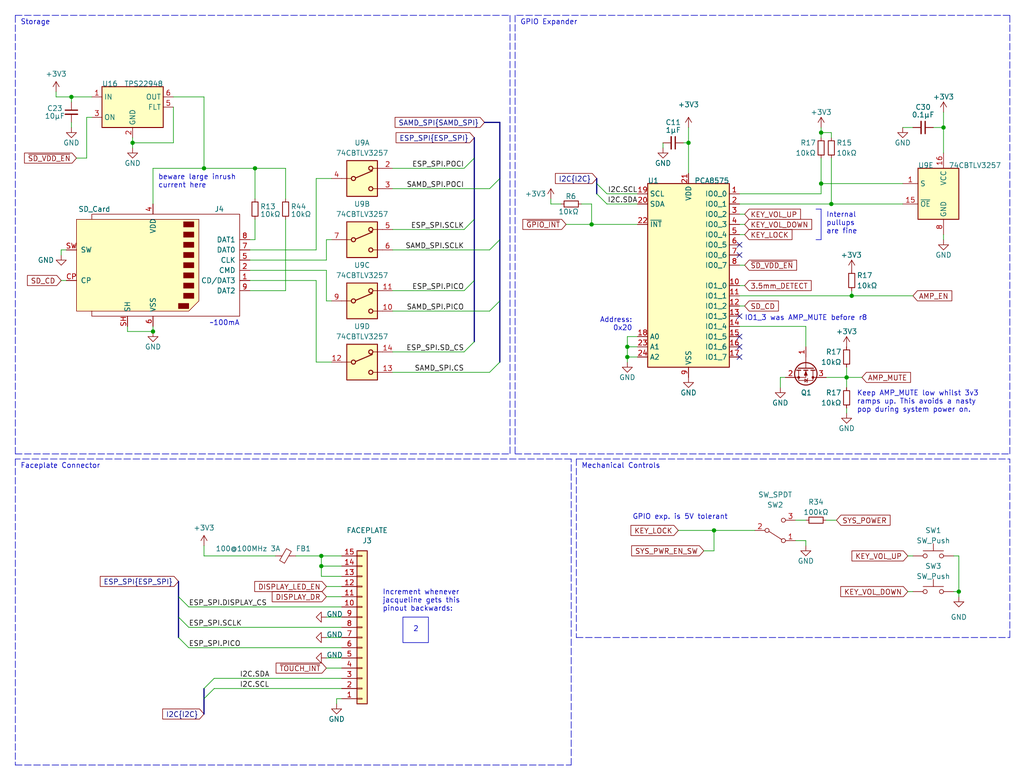
<source format=kicad_sch>
(kicad_sch (version 20230121) (generator eeschema)
  (paper "User" 254.991 194.996)
  (title_block (title "TANGARA") (date "2023-12-21") (rev "4") (company "made by jacqueline") (comment 1 "SPDX-License-Identifier: CERN-OHL-S-2.0"))
  (lib_symbols
    (symbol "74xx:74CBTLV3257"
      (property "Reference" "U" (at 17.78 1.27 0))
      (property "Value" "74CBTLV3257" (at 15.24 -1.27 0))
      (symbol "74CBTLV3257_1_1"
        (rectangle (start -3.81 4.445) (end 3.81 -4.445) (stroke (width 0.254)) (fill (type background)))
        (circle (center -2.159 0) (radius 0.508) (stroke (width 0.254)))
        (polyline (pts (xy -5.08 0) (xy -2.794 0)))
        (polyline (pts (xy -1.651 0.127) (xy 2.54 1.905)) (stroke (width 0.254)))
        (polyline (pts (xy 5.08 -2.54) (xy 2.794 -2.54)))
        (polyline (pts (xy 5.08 2.54) (xy 2.794 2.54)))
        (circle (center 2.159 -2.54) (radius 0.508) (stroke (width 0.254)))
        (circle (center 2.159 2.54) (radius 0.508) (stroke (width 0.254)))
        (pin passive line (at 7.62 2.54 180) (length 2.54) (name "~") (number "2"))
        (pin passive line (at 7.62 -2.54 180) (length 2.54) (name "~") (number "3"))
        (pin passive line (at -7.62 0 0) (length 2.54) (name "~") (number "4"))
      )
      (symbol "74CBTLV3257_2_1"
        (rectangle (start -3.81 4.445) (end 3.81 -4.445) (stroke (width 0.254)) (fill (type background)))
        (circle (center -2.159 0) (radius 0.508) (stroke (width 0.254)))
        (polyline (pts (xy -5.08 0) (xy -2.794 0)))
        (polyline (pts (xy -1.651 0.127) (xy 2.54 1.905)) (stroke (width 0.254)))
        (polyline (pts (xy 5.08 -2.54) (xy 2.794 -2.54)))
        (polyline (pts (xy 5.08 2.54) (xy 2.794 2.54)))
        (circle (center 2.159 -2.54) (radius 0.508) (stroke (width 0.254)))
        (circle (center 2.159 2.54) (radius 0.508) (stroke (width 0.254)))
        (pin passive line (at 7.62 2.54 180) (length 2.54) (name "~") (number "5"))
        (pin passive line (at 7.62 -2.54 180) (length 2.54) (name "~") (number "6"))
        (pin passive line (at -7.62 0 0) (length 2.54) (name "~") (number "7"))
      )
      (symbol "74CBTLV3257_3_1"
        (rectangle (start -3.81 4.445) (end 3.81 -4.445) (stroke (width 0.254)) (fill (type background)))
        (circle (center -2.159 0) (radius 0.508) (stroke (width 0.254)))
        (polyline (pts (xy -5.08 0) (xy -2.794 0)))
        (polyline (pts (xy -1.651 0.127) (xy 2.54 1.905)) (stroke (width 0.254)))
        (polyline (pts (xy 5.08 -2.54) (xy 2.794 -2.54)))
        (polyline (pts (xy 5.08 2.54) (xy 2.794 2.54)))
        (circle (center 2.159 -2.54) (radius 0.508) (stroke (width 0.254)))
        (circle (center 2.159 2.54) (radius 0.508) (stroke (width 0.254)))
        (pin passive line (at 7.62 -2.54 180) (length 2.54) (name "~") (number "10"))
        (pin passive line (at 7.62 2.54 180) (length 2.54) (name "~") (number "11"))
        (pin passive line (at -7.62 0 0) (length 2.54) (name "~") (number "9"))
      )
      (symbol "74CBTLV3257_4_1"
        (rectangle (start -3.81 4.445) (end 3.81 -4.445) (stroke (width 0.254)) (fill (type background)))
        (circle (center -2.159 0) (radius 0.508) (stroke (width 0.254)))
        (polyline (pts (xy -5.08 0) (xy -2.794 0)))
        (polyline (pts (xy -1.651 0.127) (xy 2.54 1.905)) (stroke (width 0.254)))
        (polyline (pts (xy 5.08 -2.54) (xy 2.794 -2.54)))
        (polyline (pts (xy 5.08 2.54) (xy 2.794 2.54)))
        (circle (center 2.159 -2.54) (radius 0.508) (stroke (width 0.254)))
        (circle (center 2.159 2.54) (radius 0.508) (stroke (width 0.254)))
        (pin passive line (at -7.62 0 0) (length 2.54) (name "~") (number "12"))
        (pin passive line (at 7.62 -2.54 180) (length 2.54) (name "~") (number "13"))
        (pin passive line (at 7.62 2.54 180) (length 2.54) (name "~") (number "14"))
      )
      (symbol "74CBTLV3257_5_1"
        (rectangle (start 3.81 6.35) (end -6.35 -6.35) (stroke (width 0.254)) (fill (type background)))
        (pin input line (at -10.16 2.54 0) (length 3.81) (name "S") (number "1"))
        (pin input line (at -10.16 -2.54 0) (length 3.81) (name "~{OE}") (number "15"))
        (pin power_in line (at 0 10.16 270) (length 3.81) (name "VCC") (number "16"))
        (pin power_in line (at 0 -10.16 90) (length 3.81) (name "GND") (number "8"))
      )
    )
    (symbol "Connector_Generic:Conn_01x15" (pin_names (offset 1.016) hide)
      (property "Reference" "J" (at 0 20.32 0))
      (property "Value" "Conn_01x15" (at 0 -20.32 0))
      (symbol "Conn_01x15_1_1"
        (rectangle (start -1.27 -17.653) (end 0 -17.907) (stroke (width 0.1524)))
        (rectangle (start -1.27 -15.113) (end 0 -15.367) (stroke (width 0.1524)))
        (rectangle (start -1.27 -12.573) (end 0 -12.827) (stroke (width 0.1524)))
        (rectangle (start -1.27 -10.033) (end 0 -10.287) (stroke (width 0.1524)))
        (rectangle (start -1.27 -7.493) (end 0 -7.747) (stroke (width 0.1524)))
        (rectangle (start -1.27 -4.953) (end 0 -5.207) (stroke (width 0.1524)))
        (rectangle (start -1.27 -2.413) (end 0 -2.667) (stroke (width 0.1524)))
        (rectangle (start -1.27 0.127) (end 0 -0.127) (stroke (width 0.1524)))
        (rectangle (start -1.27 2.667) (end 0 2.413) (stroke (width 0.1524)))
        (rectangle (start -1.27 5.207) (end 0 4.953) (stroke (width 0.1524)))
        (rectangle (start -1.27 7.747) (end 0 7.493) (stroke (width 0.1524)))
        (rectangle (start -1.27 10.287) (end 0 10.033) (stroke (width 0.1524)))
        (rectangle (start -1.27 12.827) (end 0 12.573) (stroke (width 0.1524)))
        (rectangle (start -1.27 15.367) (end 0 15.113) (stroke (width 0.1524)))
        (rectangle (start -1.27 17.907) (end 0 17.653) (stroke (width 0.1524)))
        (rectangle (start -1.27 19.05) (end 1.27 -19.05) (stroke (width 0.254)) (fill (type background)))
        (pin passive line (at -5.08 17.78 0) (length 3.81) (name "Pin_1") (number "1"))
        (pin passive line (at -5.08 -5.08 0) (length 3.81) (name "Pin_10") (number "10"))
        (pin passive line (at -5.08 -7.62 0) (length 3.81) (name "Pin_11") (number "11"))
        (pin passive line (at -5.08 -10.16 0) (length 3.81) (name "Pin_12") (number "12"))
        (pin passive line (at -5.08 -12.7 0) (length 3.81) (name "Pin_13") (number "13"))
        (pin passive line (at -5.08 -15.24 0) (length 3.81) (name "Pin_14") (number "14"))
        (pin passive line (at -5.08 -17.78 0) (length 3.81) (name "Pin_15") (number "15"))
        (pin passive line (at -5.08 15.24 0) (length 3.81) (name "Pin_2") (number "2"))
        (pin passive line (at -5.08 12.7 0) (length 3.81) (name "Pin_3") (number "3"))
        (pin passive line (at -5.08 10.16 0) (length 3.81) (name "Pin_4") (number "4"))
        (pin passive line (at -5.08 7.62 0) (length 3.81) (name "Pin_5") (number "5"))
        (pin passive line (at -5.08 5.08 0) (length 3.81) (name "Pin_6") (number "6"))
        (pin passive line (at -5.08 2.54 0) (length 3.81) (name "Pin_7") (number "7"))
        (pin passive line (at -5.08 0 0) (length 3.81) (name "Pin_8") (number "8"))
        (pin passive line (at -5.08 -2.54 0) (length 3.81) (name "Pin_9") (number "9"))
      )
    )
    (symbol "Device:C_Small" (pin_numbers hide) (pin_names (offset 0.254) hide)
      (property "Reference" "C" (at 0.254 1.778 0))
      (property "Value" "C_Small" (at 0.254 -2.032 0))
      (symbol "C_Small_0_1"
        (polyline (pts (xy -1.524 -0.508) (xy 1.524 -0.508)) (stroke (width 0.3302)))
        (polyline (pts (xy -1.524 0.508) (xy 1.524 0.508)) (stroke (width 0.3048)))
      )
      (symbol "C_Small_1_1"
        (pin passive line (at 0 2.54 270) (length 2.032) (name "~") (number "1"))
        (pin passive line (at 0 -2.54 90) (length 2.032) (name "~") (number "2"))
      )
    )
    (symbol "Device:Ferrite_Bead_Small" (pin_numbers hide) (pin_names (offset 0))
      (property "Reference" "FB" (at 1.905 1.27 0))
      (property "Value" "Device_Ferrite_Bead_Small" (at 1.905 -1.27 0))
      (symbol "Ferrite_Bead_Small_0_1"
        (polyline (pts (xy 0 -1.27) (xy 0 -0.7874)))
        (polyline (pts (xy 0 0.889) (xy 0 1.2954)))
        (polyline (pts (xy -1.8288 0.2794) (xy -1.1176 1.4986) (xy 1.8288 -0.2032) (xy 1.1176 -1.4224) (xy -1.8288 0.2794)))
      )
      (symbol "Ferrite_Bead_Small_1_1"
        (pin passive line (at 0 2.54 270) (length 1.27) (name "~") (number "1"))
        (pin passive line (at 0 -2.54 90) (length 1.27) (name "~") (number "2"))
      )
    )
    (symbol "Device:Q_NMOS_GSD" (pin_names (offset 0) hide)
      (property "Reference" "Q" (at 5.08 1.27 0))
      (property "Value" "Q_NMOS_GSD" (at 5.08 -1.27 0))
      (symbol "Q_NMOS_GSD_0_1"
        (polyline (pts (xy 0.254 0) (xy -2.54 0)))
        (polyline (pts (xy 0.254 1.905) (xy 0.254 -1.905)) (stroke (width 0.254)))
        (polyline (pts (xy 0.762 -1.27) (xy 0.762 -2.286)) (stroke (width 0.254)))
        (polyline (pts (xy 0.762 0.508) (xy 0.762 -0.508)) (stroke (width 0.254)))
        (polyline (pts (xy 0.762 2.286) (xy 0.762 1.27)) (stroke (width 0.254)))
        (polyline (pts (xy 2.54 2.54) (xy 2.54 1.778)))
        (polyline (pts (xy 2.54 -2.54) (xy 2.54 0) (xy 0.762 0)))
        (polyline (pts (xy 0.762 -1.778) (xy 3.302 -1.778) (xy 3.302 1.778) (xy 0.762 1.778)))
        (polyline (pts (xy 1.016 0) (xy 2.032 0.381) (xy 2.032 -0.381) (xy 1.016 0)) (fill (type outline)))
        (polyline (pts (xy 2.794 0.508) (xy 2.921 0.381) (xy 3.683 0.381) (xy 3.81 0.254)))
        (polyline (pts (xy 3.302 0.381) (xy 2.921 -0.254) (xy 3.683 -0.254) (xy 3.302 0.381)))
        (circle (center 1.651 0) (radius 2.794) (stroke (width 0.254)))
        (circle (center 2.54 -1.778) (radius 0.254) (fill (type outline)))
        (circle (center 2.54 1.778) (radius 0.254) (fill (type outline)))
      )
      (symbol "Q_NMOS_GSD_1_1"
        (pin input line (at -5.08 0 0) (length 2.54) (name "G") (number "1"))
        (pin passive line (at 2.54 -5.08 90) (length 2.54) (name "S") (number "2"))
        (pin passive line (at 2.54 5.08 270) (length 2.54) (name "D") (number "3"))
      )
    )
    (symbol "Device:R_Small" (pin_numbers hide) (pin_names (offset 0.254) hide)
      (property "Reference" "R" (at 0.762 0.508 0))
      (property "Value" "R_Small" (at 0.762 -1.016 0))
      (symbol "R_Small_0_1"
        (rectangle (start -0.762 1.778) (end 0.762 -1.778) (stroke (width 0.2032)))
      )
      (symbol "R_Small_1_1"
        (pin passive line (at 0 2.54 270) (length 0.762) (name "~") (number "1"))
        (pin passive line (at 0 -2.54 90) (length 0.762) (name "~") (number "2"))
      )
    )
    (symbol "Switch:SW_Push" (pin_numbers hide) (pin_names (offset 1.016) hide)
      (property "Reference" "SW" (at 1.27 2.54 0))
      (property "Value" "SW_Push" (at 0 -1.524 0))
      (symbol "SW_Push_0_1"
        (circle (center -2.032 0) (radius 0.508))
        (polyline (pts (xy 0 1.27) (xy 0 3.048)))
        (polyline (pts (xy 2.54 1.27) (xy -2.54 1.27)))
        (circle (center 2.032 0) (radius 0.508))
        (pin passive line (at -5.08 0 0) (length 2.54) (name "1") (number "1"))
        (pin passive line (at 5.08 0 180) (length 2.54) (name "2") (number "2"))
      )
    )
    (symbol "Switch:SW_SPDT" (pin_names (offset 0) hide)
      (property "Reference" "SW" (at 0 4.318 0))
      (property "Value" "SW_SPDT" (at 0 -5.08 0))
      (symbol "SW_SPDT_0_0"
        (circle (center -2.032 0) (radius 0.508))
        (circle (center 2.032 -2.54) (radius 0.508))
      )
      (symbol "SW_SPDT_0_1"
        (polyline (pts (xy -1.524 0.254) (xy 1.651 2.286)))
        (circle (center 2.032 2.54) (radius 0.508))
      )
      (symbol "SW_SPDT_1_1"
        (pin passive line (at 5.08 2.54 180) (length 2.54) (name "A") (number "1"))
        (pin passive line (at -5.08 0 0) (length 2.54) (name "B") (number "2"))
        (pin passive line (at 5.08 -2.54 180) (length 2.54) (name "C") (number "3"))
      )
    )
    (symbol "power:+3V3" (power) (pin_names (offset 0))
      (property "Value" "+3V3" (at 0 3.556 0))
      (symbol "+3V3_0_1"
        (polyline (pts (xy -0.762 1.27) (xy 0 2.54)))
        (polyline (pts (xy 0 0) (xy 0 2.54)))
        (polyline (pts (xy 0 2.54) (xy 0.762 1.27)))
      )
      (symbol "+3V3_1_1"
        (pin power_in line (at 0 0 90) (length 0) hide (name "+3V3") (number "1"))
      )
    )
    (symbol "power:GND" (power) (pin_names (offset 0))
      (property "Value" "GND" (at 0 -3.81 0))
      (symbol "GND_0_1"
        (polyline (pts (xy 0 0) (xy 0 -1.27) (xy 1.27 -1.27) (xy 0 -2.54) (xy -1.27 -1.27) (xy 0 -1.27)))
      )
      (symbol "GND_1_1"
        (pin power_in line (at 0 0 270) (length 0) hide (name "GND") (number "1"))
      )
    )
    (symbol "symbols:PCA8575BS"
      (property "Reference" "U" (at -8.89 24.13 0))
      (property "Value" "PCA8575BS" (at 6.35 24.13 0))
      (symbol "PCA8575BS_0_1"
        (rectangle (start -10.16 22.86) (end 10.16 -22.86) (stroke (width 0.254)) (fill (type background)))
      )
      (symbol "PCA8575BS_1_0"
        (pin power_in line (at 0 -25.4 90) (length 2.54) hide (name "EP") (number "25"))
      )
      (symbol "PCA8575BS_1_1"
        (pin bidirectional line (at 12.7 20.32 180) (length 2.54) (name "IO0_0") (number "1"))
        (pin bidirectional line (at 12.7 -2.54 180) (length 2.54) (name "IO1_0") (number "10"))
        (pin bidirectional line (at 12.7 -5.08 180) (length 2.54) (name "IO1_1") (number "11"))
        (pin bidirectional line (at 12.7 -7.62 180) (length 2.54) (name "IO1_2") (number "12"))
        (pin bidirectional line (at 12.7 -10.16 180) (length 2.54) (name "IO1_3") (number "13"))
        (pin bidirectional line (at 12.7 -12.7 180) (length 2.54) (name "IO1_4") (number "14"))
        (pin bidirectional line (at 12.7 -15.24 180) (length 2.54) (name "IO1_5") (number "15"))
        (pin bidirectional line (at 12.7 -17.78 180) (length 2.54) (name "IO1_6") (number "16"))
        (pin bidirectional line (at 12.7 -20.32 180) (length 2.54) (name "IO1_7") (number "17"))
        (pin input line (at -12.7 -15.24 0) (length 2.54) (name "A0") (number "18"))
        (pin input line (at -12.7 20.32 0) (length 2.54) (name "SCL") (number "19"))
        (pin bidirectional line (at 12.7 17.78 180) (length 2.54) (name "IO0_1") (number "2"))
        (pin bidirectional line (at -12.7 17.78 0) (length 2.54) (name "SDA") (number "20"))
        (pin power_in line (at 0 25.4 270) (length 2.54) (name "VDD") (number "21"))
        (pin open_collector line (at -12.7 12.7 0) (length 2.54) (name "~{INT}") (number "22"))
        (pin input line (at -12.7 -17.78 0) (length 2.54) (name "A1") (number "23"))
        (pin input line (at -12.7 -20.32 0) (length 2.54) (name "A2") (number "24"))
        (pin bidirectional line (at 12.7 15.24 180) (length 2.54) (name "IO0_2") (number "3"))
        (pin bidirectional line (at 12.7 12.7 180) (length 2.54) (name "IO0_3") (number "4"))
        (pin bidirectional line (at 12.7 10.16 180) (length 2.54) (name "IO0_4") (number "5"))
        (pin bidirectional line (at 12.7 7.62 180) (length 2.54) (name "IO0_5") (number "6"))
        (pin bidirectional line (at 12.7 5.08 180) (length 2.54) (name "IO0_6") (number "7"))
        (pin bidirectional line (at 12.7 2.54 180) (length 2.54) (name "IO0_7") (number "8"))
        (pin power_in line (at 0 -25.4 90) (length 2.54) (name "VSS") (number "9"))
      )
    )
    (symbol "symbols:SD_Card" (pin_names (offset 1.016))
      (property "Reference" "J" (at -16.51 13.97 0))
      (property "Value" "SD_Card" (at 15.24 -13.97 0))
      (symbol "SD_Card_0_1"
        (rectangle (start -8.89 -9.525) (end -6.35 -10.795) (fill (type outline)))
        (rectangle (start -8.89 -6.985) (end -6.35 -8.255) (fill (type outline)))
        (rectangle (start -8.89 -4.445) (end -6.35 -5.715) (fill (type outline)))
        (rectangle (start -8.89 -1.905) (end -6.35 -3.175) (fill (type outline)))
        (rectangle (start -8.89 0.635) (end -6.35 -0.635) (fill (type outline)))
        (rectangle (start -8.89 3.175) (end -6.35 1.905) (fill (type outline)))
        (rectangle (start -8.89 5.715) (end -6.35 4.445) (fill (type outline)))
        (rectangle (start -8.89 8.255) (end -6.35 6.985) (fill (type outline)))
        (rectangle (start -7.62 10.795) (end -5.08 9.525) (fill (type outline)))
        (polyline (pts (xy -10.16 8.89) (xy -7.62 11.43) (xy 20.32 11.43) (xy 20.32 -11.43) (xy -10.16 -11.43) (xy -10.16 8.89)) (fill (type background)))
        (polyline (pts (xy 16.51 11.43) (xy 16.51 12.7) (xy -20.32 12.7) (xy -20.32 -12.7) (xy 16.51 -12.7) (xy 16.51 -11.43)))
      )
      (symbol "SD_Card_1_1"
        (pin input line (at -22.86 3.81 0) (length 2.54) (name "CD/DAT3") (number "1"))
        (pin input line (at -22.86 1.27 0) (length 2.54) (name "CMD") (number "2"))
        (pin power_in line (at 1.27 15.24 270) (length 2.54) hide (name "VSS") (number "3"))
        (pin power_in line (at 1.27 -15.24 90) (length 2.54) (name "VDD") (number "4"))
        (pin input line (at -22.86 -1.27 0) (length 2.54) (name "CLK") (number "5"))
        (pin power_in line (at 1.27 15.24 270) (length 2.54) (name "VSS") (number "6"))
        (pin input line (at -22.86 -3.81 0) (length 2.54) (name "DAT0") (number "7"))
        (pin input line (at -22.86 -6.35 0) (length 2.54) (name "DAT1") (number "8"))
        (pin input line (at -22.86 6.35 0) (length 2.54) (name "DAT2") (number "9"))
        (pin input line (at 22.86 3.81 180) (length 2.54) (name "CP") (number "CP"))
        (pin input line (at 7.62 15.24 270) (length 2.54) (name "SH") (number "SH"))
        (pin input line (at 22.86 -3.81 180) (length 2.54) (name "SW") (number "SW"))
      )
    )
    (symbol "symbols:TPS22917DBV"
      (property "Reference" "U" (at -6.35 6.35 0))
      (property "Value" "TPS22948" (at 2.54 6.35 0))
      (symbol "TPS22917DBV_0_1"
        (rectangle (start -7.62 5.08) (end 7.62 -5.08) (stroke (width 0.254)) (fill (type background)))
      )
      (symbol "TPS22917DBV_1_1"
        (pin power_in line (at -10.16 2.54 0) (length 2.54) (name "IN") (number "1"))
        (pin power_in line (at 0 -7.62 90) (length 2.54) (name "GND") (number "2"))
        (pin input line (at -10.16 -2.54 0) (length 2.54) (name "ON") (number "3"))
        (pin no_connect line (at -7.62 0 0) (length 2.54) hide (name "NC") (number "4"))
        (pin open_collector line (at 10.16 0 180) (length 2.54) (name "FLT") (number "5"))
        (pin power_out line (at 10.16 2.54 180) (length 2.54) (name "OUT") (number "6"))
      )
    )
  )
  (junction (at 156.21 88.9))
  (junction (at 80.01 140.97))
  (junction (at 212.09 73.66))
  (junction (at 33.02 35.56))
  (junction (at 210.82 93.98))
  (junction (at 50.8 41.91))
  (junction (at 38.1 82.55))
  (junction (at 204.47 45.72))
  (junction (at 234.95 31.75))
  (junction (at 207.01 50.8))
  (junction (at 204.47 33.02))
  (junction (at 80.01 138.43))
  (junction (at 238.76 147.32))
  (junction (at 17.78 24.13))
  (junction (at 171.45 35.56))
  (junction (at 156.21 86.36))
  (junction (at 177.8 132.08))
  (junction (at 63.5 41.91))
  (junction (at 147.32 55.88))
  (no_connect (at 184.15 78.74))
  (no_connect (at 184.15 83.82))
  (no_connect (at 184.15 88.9))
  (no_connect (at 184.15 60.96))
  (no_connect (at 184.15 86.36))
  (no_connect (at 184.15 63.5))
  (bus_entry (at 148.59 45.72) (size 2.54 2.54))
  (bus_entry (at 115.57 72.39) (size 2.54 -2.54))
  (bus_entry (at 115.57 87.63) (size 2.54 -2.54))
  (bus_entry (at 115.57 41.91) (size 2.54 -2.54))
  (bus_entry (at 115.57 57.15) (size 2.54 -2.54))
  (bus_entry (at 148.59 48.26) (size 2.54 2.54))
  (bus_entry (at 121.92 46.99) (size 2.54 -2.54))
  (bus_entry (at 121.92 77.47) (size 2.54 -2.54))
  (bus_entry (at 46.99 156.21) (size -2.54 -2.54))
  (bus_entry (at 121.92 62.23) (size 2.54 -2.54))
  (bus_entry (at 46.99 161.29) (size -2.54 -2.54))
  (bus_entry (at 50.8 171.45) (size 2.54 -2.54))
  (bus_entry (at 50.8 173.99) (size 2.54 -2.54))
  (bus_entry (at 121.92 92.71) (size 2.54 -2.54))
  (bus_entry (at 46.99 151.13) (size -2.54 -2.54))
  (wire (pts (xy 156.21 86.36) (xy 156.21 88.9)))
  (wire (pts (xy 156.21 88.9) (xy 156.21 90.17)))
  (bus (pts (xy 44.45 148.59) (xy 44.45 153.67)))
  (wire (pts (xy 238.76 138.43) (xy 238.76 147.32)))
  (wire (pts (xy 46.99 151.13) (xy 85.09 151.13)))
  (polyline (pts (xy 3.81 3.81) (xy 127 3.81)) (stroke (width 0) (type dash)))
  (polyline (pts (xy 143.51 114.3) (xy 143.51 158.75)) (stroke (width 0) (type dash)))
  (wire (pts (xy 73.66 138.43) (xy 80.01 138.43)))
  (wire (pts (xy 175.26 137.16) (xy 177.8 137.16)))
  (wire (pts (xy 204.47 39.37) (xy 204.47 45.72)))
  (bus (pts (xy 120.65 30.48) (xy 124.46 30.48)))
  (polyline (pts (xy 204.47 59.69) (xy 204.47 52.07)))
  (wire (pts (xy 81.28 166.37) (xy 85.09 166.37)))
  (wire (pts (xy 83.82 173.99) (xy 85.09 173.99)))
  (wire (pts (xy 207.01 50.8) (xy 224.79 50.8)))
  (wire (pts (xy 38.1 82.55) (xy 38.1 81.28)))
  (wire (pts (xy 234.95 27.94) (xy 234.95 31.75)))
  (wire (pts (xy 171.45 31.75) (xy 171.45 35.56)))
  (wire (pts (xy 78.74 44.45) (xy 78.74 62.23)))
  (wire (pts (xy 43.18 35.56) (xy 33.02 35.56)))
  (wire (pts (xy 43.18 24.13) (xy 50.8 24.13)))
  (wire (pts (xy 81.28 148.59) (xy 85.09 148.59)))
  (wire (pts (xy 147.32 50.8) (xy 147.32 55.88)))
  (wire (pts (xy 63.5 41.91) (xy 71.12 41.91)))
  (wire (pts (xy 210.82 93.98) (xy 210.82 96.52)))
  (bus (pts (xy 118.11 39.37) (xy 118.11 54.61)))
  (wire (pts (xy 237.49 147.32) (xy 238.76 147.32)))
  (wire (pts (xy 204.47 48.26) (xy 204.47 45.72)))
  (wire (pts (xy 17.78 30.48) (xy 17.78 31.75)))
  (wire (pts (xy 144.78 50.8) (xy 147.32 50.8)))
  (polyline (pts (xy 143.51 114.3) (xy 251.46 114.3)) (stroke (width 0) (type dash)))
  (wire (pts (xy 184.15 55.88) (xy 185.42 55.88)))
  (wire (pts (xy 21.59 29.21) (xy 21.59 39.37)))
  (wire (pts (xy 140.97 55.88) (xy 147.32 55.88)))
  (wire (pts (xy 184.15 50.8) (xy 207.01 50.8)))
  (wire (pts (xy 194.31 93.98) (xy 194.31 96.52)))
  (wire (pts (xy 81.28 67.31) (xy 81.28 74.93)))
  (polyline (pts (xy 128.27 3.81) (xy 128.27 113.03)) (stroke (width 0) (type dash)))
  (wire (pts (xy 83.82 175.26) (xy 83.82 173.99)))
  (bus (pts (xy 44.45 153.67) (xy 44.45 158.75)))
  (wire (pts (xy 151.13 50.8) (xy 158.75 50.8)))
  (wire (pts (xy 17.78 24.13) (xy 17.78 25.4)))
  (wire (pts (xy 78.74 69.85) (xy 78.74 90.17)))
  (wire (pts (xy 212.09 73.66) (xy 227.33 73.66)))
  (wire (pts (xy 31.75 81.28) (xy 31.75 82.55)))
  (wire (pts (xy 97.79 92.71) (xy 121.92 92.71)))
  (wire (pts (xy 137.16 50.8) (xy 139.7 50.8)))
  (wire (pts (xy 62.23 62.23) (xy 78.74 62.23)))
  (wire (pts (xy 205.74 93.98) (xy 210.82 93.98)))
  (wire (pts (xy 15.24 62.23) (xy 15.24 63.5)))
  (polyline (pts (xy 128.27 113.03) (xy 251.46 113.03)) (stroke (width 0) (type dash)))
  (wire (pts (xy 33.02 34.29) (xy 33.02 35.56)))
  (bus (pts (xy 118.11 69.85) (xy 118.11 85.09)))
  (wire (pts (xy 158.75 86.36) (xy 156.21 86.36)))
  (wire (pts (xy 50.8 24.13) (xy 50.8 41.91)))
  (wire (pts (xy 158.75 83.82) (xy 156.21 83.82)))
  (wire (pts (xy 237.49 138.43) (xy 238.76 138.43)))
  (wire (pts (xy 170.18 35.56) (xy 171.45 35.56)))
  (bus (pts (xy 124.46 30.48) (xy 124.46 44.45)))
  (wire (pts (xy 81.28 74.93) (xy 82.55 74.93)))
  (wire (pts (xy 50.8 135.89) (xy 50.8 138.43)))
  (wire (pts (xy 200.66 81.28) (xy 200.66 86.36)))
  (bus (pts (xy 148.59 44.45) (xy 148.59 45.72)))
  (wire (pts (xy 78.74 90.17) (xy 82.55 90.17)))
  (wire (pts (xy 19.05 39.37) (xy 21.59 39.37)))
  (wire (pts (xy 50.8 41.91) (xy 63.5 41.91)))
  (polyline (pts (xy 251.46 158.75) (xy 251.46 114.3)) (stroke (width 0) (type dash)))
  (wire (pts (xy 200.66 81.28) (xy 184.15 81.28)))
  (wire (pts (xy 185.42 66.04) (xy 184.15 66.04)))
  (wire (pts (xy 224.79 31.75) (xy 227.33 31.75)))
  (wire (pts (xy 63.5 41.91) (xy 63.5 49.53)))
  (wire (pts (xy 184.15 53.34) (xy 185.42 53.34)))
  (wire (pts (xy 81.28 64.77) (xy 81.28 59.69)))
  (wire (pts (xy 46.99 161.29) (xy 85.09 161.29)))
  (wire (pts (xy 204.47 45.72) (xy 224.79 45.72)))
  (wire (pts (xy 184.15 48.26) (xy 204.47 48.26)))
  (wire (pts (xy 97.79 87.63) (xy 115.57 87.63)))
  (wire (pts (xy 43.18 26.67) (xy 43.18 35.56)))
  (wire (pts (xy 46.99 156.21) (xy 85.09 156.21)))
  (wire (pts (xy 204.47 33.02) (xy 204.47 34.29)))
  (polyline (pts (xy 3.81 190.5) (xy 142.24 190.5)) (stroke (width 0) (type dash)))
  (wire (pts (xy 80.01 138.43) (xy 85.09 138.43)))
  (wire (pts (xy 147.32 55.88) (xy 158.75 55.88)))
  (wire (pts (xy 97.79 72.39) (xy 115.57 72.39)))
  (wire (pts (xy 97.79 46.99) (xy 121.92 46.99)))
  (wire (pts (xy 195.58 93.98) (xy 194.31 93.98)))
  (wire (pts (xy 53.34 171.45) (xy 85.09 171.45)))
  (bus (pts (xy 148.59 45.72) (xy 148.59 48.26)))
  (wire (pts (xy 81.28 163.83) (xy 85.09 163.83)))
  (wire (pts (xy 165.1 35.56) (xy 165.1 36.83)))
  (wire (pts (xy 210.82 102.87) (xy 210.82 101.6)))
  (wire (pts (xy 137.16 49.53) (xy 137.16 50.8)))
  (wire (pts (xy 71.12 49.53) (xy 71.12 41.91)))
  (wire (pts (xy 185.42 71.12) (xy 184.15 71.12)))
  (wire (pts (xy 81.28 153.67) (xy 85.09 153.67)))
  (wire (pts (xy 200.66 135.89) (xy 200.66 134.62)))
  (polyline (pts (xy 3.81 113.03) (xy 127 113.03)) (stroke (width 0) (type dash)))
  (bus (pts (xy 124.46 59.69) (xy 124.46 74.93)))
  (wire (pts (xy 212.09 72.39) (xy 212.09 73.66)))
  (polyline (pts (xy 142.24 190.5) (xy 142.24 114.3)) (stroke (width 0) (type dash)))
  (wire (pts (xy 80.01 143.51) (xy 80.01 140.97)))
  (wire (pts (xy 234.95 31.75) (xy 234.95 38.1)))
  (wire (pts (xy 168.91 132.08) (xy 177.8 132.08)))
  (polyline (pts (xy 3.81 113.03) (xy 3.81 3.81)) (stroke (width 0) (type dash)))
  (wire (pts (xy 85.09 140.97) (xy 80.01 140.97)))
  (polyline (pts (xy 143.51 158.75) (xy 251.46 158.75)) (stroke (width 0) (type dash)))
  (wire (pts (xy 234.95 59.69) (xy 234.95 58.42)))
  (wire (pts (xy 33.02 36.83) (xy 33.02 35.56)))
  (wire (pts (xy 97.79 77.47) (xy 121.92 77.47)))
  (polyline (pts (xy 3.81 114.3) (xy 3.81 190.5)) (stroke (width 0) (type dash)))
  (bus (pts (xy 118.11 34.29) (xy 118.11 39.37)))
  (wire (pts (xy 53.34 168.91) (xy 85.09 168.91)))
  (wire (pts (xy 38.1 50.8) (xy 38.1 41.91)))
  (wire (pts (xy 13.97 24.13) (xy 17.78 24.13)))
  (wire (pts (xy 97.79 62.23) (xy 121.92 62.23)))
  (polyline (pts (xy 142.24 114.3) (xy 3.81 114.3)) (stroke (width 0) (type dash)))
  (wire (pts (xy 177.8 132.08) (xy 177.8 137.16)))
  (wire (pts (xy 63.5 54.61) (xy 63.5 59.69)))
  (wire (pts (xy 200.66 134.62) (xy 198.12 134.62)))
  (wire (pts (xy 171.45 35.56) (xy 171.45 43.18)))
  (wire (pts (xy 204.47 33.02) (xy 207.01 33.02)))
  (polyline (pts (xy 203.2 59.69) (xy 204.47 59.69)))
  (wire (pts (xy 177.8 132.08) (xy 187.96 132.08)))
  (bus (pts (xy 118.11 54.61) (xy 118.11 69.85)))
  (wire (pts (xy 22.86 29.21) (xy 21.59 29.21)))
  (wire (pts (xy 81.28 146.05) (xy 85.09 146.05)))
  (wire (pts (xy 71.12 54.61) (xy 71.12 72.39)))
  (wire (pts (xy 82.55 44.45) (xy 78.74 44.45)))
  (wire (pts (xy 17.78 24.13) (xy 22.86 24.13)))
  (wire (pts (xy 62.23 59.69) (xy 63.5 59.69)))
  (bus (pts (xy 50.8 177.8) (xy 50.8 173.99)))
  (wire (pts (xy 198.12 129.54) (xy 200.66 129.54)))
  (polyline (pts (xy 251.46 3.81) (xy 128.27 3.81)) (stroke (width 0) (type dash)))
  (wire (pts (xy 16.51 62.23) (xy 15.24 62.23)))
  (wire (pts (xy 62.23 67.31) (xy 81.28 67.31)))
  (polyline (pts (xy 203.2 52.07) (xy 204.47 52.07)))
  (wire (pts (xy 85.09 143.51) (xy 80.01 143.51)))
  (wire (pts (xy 207.01 39.37) (xy 207.01 50.8)))
  (wire (pts (xy 232.41 31.75) (xy 234.95 31.75)))
  (wire (pts (xy 62.23 69.85) (xy 78.74 69.85)))
  (polyline (pts (xy 127 3.81) (xy 127 113.03)) (stroke (width 0) (type dash)))
  (wire (pts (xy 97.79 41.91) (xy 115.57 41.91)))
  (wire (pts (xy 185.42 76.2) (xy 184.15 76.2)))
  (wire (pts (xy 204.47 31.75) (xy 204.47 33.02)))
  (wire (pts (xy 50.8 138.43) (xy 68.58 138.43)))
  (wire (pts (xy 97.79 57.15) (xy 115.57 57.15)))
  (bus (pts (xy 44.45 144.78) (xy 44.45 148.59)))
  (wire (pts (xy 62.23 64.77) (xy 81.28 64.77)))
  (wire (pts (xy 151.13 48.26) (xy 158.75 48.26)))
  (wire (pts (xy 81.28 59.69) (xy 82.55 59.69)))
  (wire (pts (xy 210.82 93.98) (xy 214.63 93.98)))
  (wire (pts (xy 210.82 91.44) (xy 210.82 93.98)))
  (wire (pts (xy 80.01 140.97) (xy 80.01 138.43)))
  (wire (pts (xy 158.75 88.9) (xy 156.21 88.9)))
  (bus (pts (xy 50.8 171.45) (xy 50.8 173.99)))
  (wire (pts (xy 31.75 82.55) (xy 38.1 82.55)))
  (wire (pts (xy 238.76 147.32) (xy 238.76 148.59)))
  (polyline (pts (xy 251.46 113.03) (xy 251.46 3.81)) (stroke (width 0) (type dash)))
  (wire (pts (xy 13.97 22.86) (xy 13.97 24.13)))
  (wire (pts (xy 184.15 73.66) (xy 212.09 73.66)))
  (wire (pts (xy 156.21 83.82) (xy 156.21 86.36)))
  (wire (pts (xy 226.06 138.43) (xy 227.33 138.43)))
  (wire (pts (xy 81.28 158.75) (xy 85.09 158.75)))
  (wire (pts (xy 38.1 41.91) (xy 50.8 41.91)))
  (bus (pts (xy 124.46 44.45) (xy 124.46 59.69)))
  (wire (pts (xy 185.42 58.42) (xy 184.15 58.42)))
  (wire (pts (xy 62.23 72.39) (xy 71.12 72.39)))
  (wire (pts (xy 208.28 129.54) (xy 205.74 129.54)))
  (wire (pts (xy 226.06 147.32) (xy 227.33 147.32)))
  (bus (pts (xy 124.46 74.93) (xy 124.46 90.17)))
  (wire (pts (xy 207.01 33.02) (xy 207.01 34.29)))
  (wire (pts (xy 15.24 69.85) (xy 16.51 69.85)))
  (rectangle (start 100.33 153.67) (end 106.68 160.02))
  (text "GPIO exp. is 5V tolerant" (at 157.48 129.54 0) (effects (font (size 1.27 1.27)) (justify left bottom)))
  (text "GPIO Expander" (at 129.54 6.35 0) (effects (font (size 1.27 1.27)) (justify left bottom)))
  (text "beware large inrush\ncurrent here" (at 39.37 46.99 0) (effects (font (size 1.27 1.27)) (justify left bottom)))
  (text "Keep AMP_MUTE low whilst 3v3\nramps up. This avoids a nasty\npop during system power on." (at 213.36 102.87 0) (effects (font (size 1.27 1.27)) (justify left bottom)))
  (text "Internal\npullups\nare fine" (at 205.74 58.42 0) (effects (font (size 1.27 1.27)) (justify left bottom)))
  (text "~100mA" (at 59.69 81.28 0) (effects (font (size 1.27 1.27)) (justify right bottom)))
  (text "Increment whenever\njacqueline gets this\npinout backwards:" (at 95.25 152.4 0) (effects (font (size 1.27 1.27)) (justify left bottom)))
  (text "Storage" (at 5.08 6.35 0) (effects (font (size 1.27 1.27)) (justify left bottom)))
  (text "Mechanical Controls" (at 144.78 116.84 0) (effects (font (size 1.27 1.27)) (justify left bottom)))
  (text "2" (at 102.87 157.48 0) (effects (font (size 1.27 1.27)) (justify left bottom)))
  (text "Faceplate Connector" (at 5.08 116.84 0) (effects (font (size 1.27 1.27)) (justify left bottom)))
  (text "IO1_3 was AMP_MUTE before r8" (at 185.42 80.01 0) (effects (font (size 1.27 1.27)) (justify left bottom)))
  (text "Address:\n0x20" (at 157.48 82.55 0) (effects (font (size 1.27 1.27)) (justify right bottom)))
  (label "SAMD_SPI.POCI" (at 115.57 46.99 180))
  (label "I2C.SDA" (at 59.69 168.91 0))
  (label "I2C.SCL" (at 158.75 48.26 180))
  (label "SAMD_SPI.PICO" (at 115.57 77.47 180))
  (label "ESP_SPI.PICO" (at 115.57 72.39 180))
  (label "ESP_SPI.SD_CS" (at 115.57 87.63 180))
  (label "ESP_SPI.POCI" (at 115.57 41.91 180))
  (label "ESP_SPI.PICO" (at 46.99 161.29 0))
  (label "SAMD_SPI.SCLK" (at 115.57 62.23 180))
  (label "ESP_SPI.DISPLAY_CS" (at 46.99 151.13 0))
  (label "SAMD_SPI.CS" (at 115.57 92.71 180))
  (label "ESP_SPI.SCLK" (at 46.99 156.21 0))
  (label "I2C.SDA" (at 158.75 50.8 180))
  (label "ESP_SPI.SCLK" (at 115.57 57.15 180))
  (label "I2C.SCL" (at 59.69 171.45 0))
  (global_label "ESP_SPI{ESP_SPI}" (shape input) (at 118.11 34.29 180) (property "Intersheetrefs" "${INTERSHEET_REFS}" (effects hide)))
  (global_label "DISPLAY_LED_EN" (shape input) (at 81.28 146.05 180) (property "Intersheetrefs" "${INTERSHEET_REFS}" (effects hide)))
  (global_label "KEY_VOL_DOWN" (shape input) (at 226.06 147.32 180) (property "Intersheetrefs" "${INTERSHEET_REFS}" (effects hide)))
  (global_label "SYS_POWER" (shape input) (at 208.28 129.54 0) (property "Intersheetrefs" "${INTERSHEET_REFS}" (effects hide)))
  (global_label "SD_CD" (shape input) (at 15.24 69.85 180) (property "Intersheetrefs" "${INTERSHEET_REFS}" (effects hide)))
  (global_label "KEY_LOCK" (shape input) (at 185.42 58.42 0) (property "Intersheetrefs" "${INTERSHEET_REFS}" (effects hide)))
  (global_label "SD_CD" (shape input) (at 185.42 76.2 0) (property "Intersheetrefs" "${INTERSHEET_REFS}" (effects hide)))
  (global_label "I2C{I2C}" (shape input) (at 50.8 177.8 180) (property "Intersheetrefs" "${INTERSHEET_REFS}" (effects hide)))
  (global_label "SAMD_SPI{SAMD_SPI}" (shape input) (at 120.65 30.48 180) (property "Intersheetrefs" "${INTERSHEET_REFS}" (effects hide)))
  (global_label "KEY_VOL_UP" (shape input) (at 185.42 53.34 0) (property "Intersheetrefs" "${INTERSHEET_REFS}" (effects hide)))
  (global_label "~{SD_VDD_EN}" (shape input) (at 19.05 39.37 180) (property "Intersheetrefs" "${INTERSHEET_REFS}" (effects hide)))
  (global_label "3.5mm_DETECT" (shape input) (at 185.42 71.12 0) (property "Intersheetrefs" "${INTERSHEET_REFS}" (effects hide)))
  (global_label "KEY_LOCK" (shape input) (at 168.91 132.08 180) (property "Intersheetrefs" "${INTERSHEET_REFS}" (effects hide)))
  (global_label "AMP_MUTE" (shape input) (at 214.63 93.98 0) (property "Intersheetrefs" "${INTERSHEET_REFS}" (effects hide)))
  (global_label "~{TOUCH_INT}" (shape input) (at 81.28 166.37 180) (property "Intersheetrefs" "${INTERSHEET_REFS}" (effects hide)))
  (global_label "I2C{I2C}" (shape input) (at 148.59 44.45 180) (property "Intersheetrefs" "${INTERSHEET_REFS}" (effects hide)))
  (global_label "~{SD_VDD_EN}" (shape input) (at 185.42 66.04 0) (property "Intersheetrefs" "${INTERSHEET_REFS}" (effects hide)))
  (global_label "ESP_SPI{ESP_SPI}" (shape input) (at 44.45 144.78 180) (property "Intersheetrefs" "${INTERSHEET_REFS}" (effects hide)))
  (global_label "DISPLAY_DR" (shape input) (at 81.28 148.59 180) (property "Intersheetrefs" "${INTERSHEET_REFS}" (effects hide)))
  (global_label "~{GPIO_INT}" (shape input) (at 140.97 55.88 180) (property "Intersheetrefs" "${INTERSHEET_REFS}" (effects hide)))
  (global_label "AMP_EN" (shape input) (at 227.33 73.66 0) (property "Intersheetrefs" "${INTERSHEET_REFS}" (effects hide)))
  (global_label "SYS_PWR_EN_SW" (shape input) (at 175.26 137.16 180) (property "Intersheetrefs" "${INTERSHEET_REFS}" (effects hide)))
  (global_label "KEY_VOL_UP" (shape input) (at 226.06 138.43 180) (property "Intersheetrefs" "${INTERSHEET_REFS}" (effects hide)))
  (global_label "KEY_VOL_DOWN" (shape input) (at 185.42 55.88 0) (property "Intersheetrefs" "${INTERSHEET_REFS}" (effects hide)))
  (symbol (lib_id "Device:R_Small") (at 63.5 52.07 0) (unit 1)
    (property "Reference" "R13" (at 64.77 51.435 0) (effects (justify left)))
    (property "Value" "10kΩ" (at 64.77 53.34 0) (effects (justify left)))
    (property "Footprint" "Resistor_SMD:R_0603_1608Metric" (effects hide))
    (property "MPN" "AC0603JR-0710KL" (effects hide))
  )
  (symbol (lib_id "power:GND") (at 194.31 96.52 0) (unit 1)
    (property "Reference" "#PWR0412" (effects hide))
    (property "Value" "GND" (at 194.31 100.33 0))
  )
  (symbol (lib_id "power:GND") (at 238.76 148.59 0) (unit 1)
    (property "Reference" "#PWR0413" (effects hide))
    (property "Value" "GND" (at 238.76 153.67 0))
  )
  (symbol (lib_id "Device:C_Small") (at 229.87 31.75 270) (unit 1)
    (property "Reference" "C30" (at 229.87 26.67 90))
    (property "Value" "0.1μF" (at 229.87 28.575 90))
    (property "Footprint" "Capacitor_SMD:C_0603_1608Metric" (effects hide))
    (property "MPN" "GCM188R71C104KA37J" (effects hide))
  )
  (symbol (lib_id "Device:Q_NMOS_GSD") (at 200.66 91.44 270) (unit 1)
    (property "Reference" "Q1" (at 199.39 97.79 90) (effects (justify left)))
    (property "Value" "PJC138K" (effects hide))
    (property "Footprint" "Package_TO_SOT_SMD:SOT-323_SC-70" (effects hide))
    (property "MPN" "PJC138K_R1_00001" (effects hide))
    (instances (project "gay-ipod-faceplate" (path "" (reference "Q1") (unit 1))) (project "tangara-mainboard" (path "" (reference "Q3") (unit 1)) (path "" (reference "Q2") (unit 1))))
  )
  (symbol (lib_id "symbols:PCA8575BS") (at 171.45 68.58 0) (unit 1)
    (property "Reference" "U1" (at 161.29 45.72 0) (effects (justify left bottom)))
    (property "Value" "PCA8575" (at 181.61 45.72 0) (effects (justify right bottom)))
    (property "Footprint" "Package_DFN_QFN:HVQFN-24-1EP_4x4mm_P0.5mm_EP2.1x2.1mm" (effects hide))
    (property "Datasheet" "https://www.nxp.com/docs/en/data-sheet/PCA9555.pdf" (effects hide))
    (property "MPN" "PCA8575BS,118" (effects hide))
  )
  (symbol (lib_id "Device:R_Small") (at 71.12 52.07 0) (unit 1)
    (property "Reference" "R44" (at 72.39 51.435 0) (effects (justify left)))
    (property "Value" "10kΩ" (at 72.39 53.34 0) (effects (justify left)))
    (property "Footprint" "Resistor_SMD:R_0603_1608Metric" (effects hide))
    (property "MPN" "AC0603JR-0710KL" (effects hide))
  )
  (symbol (lib_id "Switch:SW_SPDT") (at 193.04 132.08 0) (mirror x) (unit 1)
    (property "Reference" "SW2" (at 193.04 125.73 0))
    (property "Value" "SW_SPDT" (at 193.04 123.19 0))
    (property "Footprint" "Button_Switch_SMD:SW_SPDT_CK-JS102011SAQN" (effects hide))
    (property "MPN" "JS102011SAQN" (effects hide))
  )
  (symbol (lib_id "Device:Ferrite_Bead_Small") (at 71.12 138.43 90) (unit 1)
    (property "Reference" "FB1" (at 73.66 135.89 90) (effects (justify right bottom)))
    (property "Value" "100@100MHz 3A" (at 69.85 135.89 90) (effects (justify left bottom)))
    (property "Footprint" "Inductor_SMD:L_0603_1608Metric" (effects hide))
    (property "MPN" "BLM18KG101TN1D" (effects hide))
    (instances (project "tangara-mainboard" (path "" (reference "FB1") (unit 1)) (path "" (reference "FB2") (unit 1))) (project "reform2-motherboard" (path "" (reference "FB17") (unit 1))))
  )
  (symbol (lib_id "power:GND") (at 165.1 36.83 0) (unit 1)
    (property "Reference" "#PWR0410" (effects hide))
    (property "Value" "GND" (at 165.1 40.64 0))
  )
  (symbol (lib_id "Device:C_Small") (at 167.64 35.56 270) (unit 1)
    (property "Reference" "C11" (at 167.64 30.48 90))
    (property "Value" "1μF" (at 167.64 32.385 90))
    (property "Footprint" "Capacitor_SMD:C_0805_2012Metric" (effects hide))
    (property "MPN" "GRM216R61C105KA88D" (effects hide))
  )
  (symbol (lib_id "power:GND") (at 33.02 36.83 0) (unit 1)
    (property "Reference" "#PWR0402" (effects hide))
    (property "Value" "GND" (at 33.02 40.64 0))
  )
  (symbol (lib_id "power:GND") (at 17.78 31.75 0) (unit 1)
    (property "Reference" "#PWR0402" (effects hide))
    (property "Value" "GND" (at 17.78 35.56 0))
  )
  (symbol (lib_id "Connector_Generic:Conn_01x15") (at 90.17 156.21 0) (mirror x) (unit 1)
    (property "Reference" "J3" (at 91.44 134.62 0))
    (property "Value" "FACEPLATE" (at 91.44 132.08 0))
    (property "Footprint" "footprints:molex_5052781533" (effects hide))
    (property "MPN" "5052781533" (effects hide))
  )
  (symbol (lib_id "74xx:74CBTLV3257") (at 90.17 90.17 0) (unit 4)
    (property "Reference" "U9" (at 90.17 81.28 0))
    (property "Value" "74CBTLV3257" (at 90.17 83.82 0))
    (property "Footprint" "Package_SO:TSSOP-16_4.4x5mm_P0.65mm" (effects hide))
    (property "Datasheet" "http://www.ti.com/lit/ds/symlink/sn74cbtlv3257.pdf" (effects hide))
    (property "MPN" "74CBTLV3257PW-Q10J" (effects hide))
  )
  (symbol (lib_id "power:+3V3") (at 234.95 27.94 0) (unit 1)
    (property "Reference" "#PWR0416" (effects hide))
    (property "Value" "+3V3" (at 234.95 24.13 0))
  )
  (symbol (lib_id "74xx:74CBTLV3257") (at 90.17 44.45 0) (unit 1)
    (property "Reference" "U9" (at 90.17 35.56 0))
    (property "Value" "74CBTLV3257" (at 90.17 38.1 0))
    (property "Footprint" "Package_SO:TSSOP-16_4.4x5mm_P0.65mm" (effects hide))
    (property "Datasheet" "http://www.ti.com/lit/ds/symlink/sn74cbtlv3257.pdf" (effects hide))
    (property "MPN" "74CBTLV3257PW-Q10J" (effects hide))
  )
  (symbol (lib_id "Device:R_Small") (at 204.47 36.83 0) (unit 1)
    (property "Reference" "R17" (at 203.2 35.56 0) (effects (justify right)))
    (property "Value" "10kΩ" (at 203.2 38.1 0) (effects (justify right)))
    (property "Footprint" "Resistor_SMD:R_0603_1608Metric" (effects hide))
    (property "MPN" "AC0603JR-0710KL" (effects hide))
  )
  (symbol (lib_id "74xx:74CBTLV3257") (at 90.17 74.93 0) (unit 3)
    (property "Reference" "U9" (at 90.17 66.04 0))
    (property "Value" "74CBTLV3257" (at 90.17 68.58 0))
    (property "Footprint" "Package_SO:TSSOP-16_4.4x5mm_P0.65mm" (effects hide))
    (property "Datasheet" "http://www.ti.com/lit/ds/symlink/sn74cbtlv3257.pdf" (effects hide))
    (property "MPN" "74CBTLV3257PW-Q10J" (effects hide))
  )
  (symbol (lib_id "Switch:SW_Push") (at 232.41 138.43 0) (unit 1)
    (property "Reference" "SW1" (at 232.41 132.08 0))
    (property "Value" "SW_Push" (at 232.41 134.62 0))
    (property "Footprint" "Button_Switch_SMD:SW_SPST_EVQP7C" (effects hide))
    (property "MPN" "EVQ-P7C01P" (effects hide))
  )
  (symbol (lib_id "power:GND") (at 234.95 59.69 0) (unit 1)
    (property "Reference" "#PWR0417" (effects hide))
    (property "Value" "GND" (at 234.95 63.5 0))
  )
  (symbol (lib_id "power:GND") (at 224.79 31.75 0) (unit 1)
    (property "Reference" "#PWR0415" (effects hide))
    (property "Value" "GND" (at 224.79 35.56 0))
  )
  (symbol (lib_id "Device:R_Small") (at 203.2 129.54 90) (unit 1)
    (property "Reference" "R34" (at 203.2 125.73 90) (effects (justify top)))
    (property "Value" "100kΩ" (at 203.2 128.27 90) (effects (justify top)))
    (property "Footprint" "Resistor_SMD:R_0603_1608Metric" (effects hide))
    (property "MPN" "RC0603JR-10100KL" (effects hide))
    (instances (project "tangara-mainboard" (path "" (reference "R34") (unit 1)) (path "" (reference "R4") (unit 1))))
  )
  (symbol (lib_id "74xx:74CBTLV3257") (at 234.95 48.26 0) (unit 5)
    (property "Reference" "U9" (at 228.6 41.91 0) (effects (justify left bottom)))
    (property "Value" "74CBTLV3257" (at 236.22 41.91 0) (effects (justify left bottom)))
    (property "Footprint" "Package_SO:TSSOP-16_4.4x5mm_P0.65mm" (effects hide))
    (property "Datasheet" "http://www.ti.com/lit/ds/symlink/sn74cbtlv3257.pdf" (effects hide))
    (property "MPN" "74CBTLV3257PW-Q10J" (effects hide))
  )
  (symbol (lib_id "power:+3V3") (at 204.47 31.75 0) (unit 1)
    (property "Reference" "#PWR05" (effects hide))
    (property "Value" "+3V3" (at 204.47 27.94 0))
  )
  (symbol (lib_id "Device:R_Small") (at 210.82 99.06 0) (unit 1)
    (property "Reference" "R17" (at 209.55 97.79 0) (effects (justify right)))
    (property "Value" "10kΩ" (at 209.55 100.33 0) (effects (justify right)))
    (property "Footprint" "Resistor_SMD:R_0603_1608Metric" (effects hide))
    (property "MPN" "AC0603JR-0710KL" (effects hide))
  )
  (symbol (lib_id "symbols:TPS22917DBV") (at 33.02 26.67 0) (unit 1)
    (property "Reference" "U16" (at 25.4 21.59 0) (effects (justify left bottom)))
    (property "Value" "TPS22948" (at 40.64 21.59 0) (effects (justify right bottom)))
    (property "Footprint" "footprints:SOT65P210X110-6N" (effects hide))
    (property "Datasheet" "http://www.ti.com/lit/ds/symlink/tps22917.pdf" (effects hide))
    (property "MPN" "TPS22948DCKR" (effects hide))
  )
  (symbol (lib_id "power:+3V3") (at 50.8 135.89 0) (unit 1)
    (property "Reference" "#PWR0406" (effects hide))
    (property "Value" "+3V3" (at 50.8 131.445 0))
  )
  (symbol (lib_id "power:GND") (at 200.66 135.89 0) (unit 1)
    (property "Reference" "#PWR0409" (effects hide))
    (property "Value" "GND" (at 200.66 139.7 0))
  )
  (symbol (lib_id "Switch:SW_Push") (at 232.41 147.32 0) (unit 1)
    (property "Reference" "SW3" (at 232.41 140.97 0))
    (property "Value" "SW_Push" (at 232.41 143.51 0))
    (property "Footprint" "Button_Switch_SMD:SW_SPST_EVQP7C" (effects hide))
    (property "MPN" "EVQ-P7C01P" (effects hide))
  )
  (symbol (lib_id "power:+3V3") (at 13.97 22.86 0) (unit 1)
    (property "Reference" "#PWR0403" (effects hide))
    (property "Value" "+3V3" (at 13.97 18.415 0))
  )
  (symbol (lib_id "power:GND") (at 15.24 63.5 0) (unit 1)
    (property "Reference" "#PWR0404" (effects hide))
    (property "Value" "GND" (at 11.43 64.77 0))
  )
  (symbol (lib_id "power:GND") (at 83.82 175.26 0) (unit 1)
    (property "Reference" "#PWR0407" (effects hide))
    (property "Value" "GND" (at 83.82 179.07 0))
  )
  (symbol (lib_id "Device:R_Small") (at 142.24 50.8 90) (unit 1)
    (property "Reference" "R6" (at 143.51 48.895 90) (effects (justify left)))
    (property "Value" "10kΩ" (at 144.145 52.705 90) (effects (justify left)))
    (property "Footprint" "Resistor_SMD:R_0603_1608Metric" (effects hide))
    (property "MPN" "AC0603JR-0710KL" (effects hide))
  )
  (symbol (lib_id "power:GND") (at 171.45 93.98 0) (unit 1)
    (property "Reference" "#PWR0412" (effects hide))
    (property "Value" "GND" (at 171.45 97.79 0))
  )
  (symbol (lib_id "symbols:SD_Card") (at 39.37 66.04 180) (unit 1)
    (property "Reference" "J4" (at 54.61 52.07 0))
    (property "Value" "SD_Card" (at 23.495 52.07 0))
    (property "Footprint" "Connector_Card:SD_Hirose_DM1AA_SF_PEJ82" (effects hide))
    (property "Datasheet" "http://portal.fciconnect.com/Comergent//fci/drawing/10067847.pdf" (effects hide))
    (property "MPN" "DM1AA-SF-PEJ(82) " (effects hide))
  )
  (symbol (lib_id "power:GND") (at 81.28 163.83 270) (unit 1)
    (property "Reference" "#PWR0407" (effects hide))
    (property "Value" "GND" (at 81.28 163.83 90) (effects (justify left bottom)))
  )
  (symbol (lib_id "power:+3V3") (at 210.82 86.36 0) (unit 1)
    (property "Reference" "#PWR05" (effects hide))
    (property "Value" "+3V3" (at 210.82 82.55 0))
  )
  (symbol (lib_id "74xx:74CBTLV3257") (at 90.17 59.69 0) (unit 2)
    (property "Reference" "U9" (at 90.17 50.8 0))
    (property "Value" "74CBTLV3257" (at 90.17 53.34 0))
    (property "Footprint" "Package_SO:TSSOP-16_4.4x5mm_P0.65mm" (effects hide))
    (property "Datasheet" "http://www.ti.com/lit/ds/symlink/sn74cbtlv3257.pdf" (effects hide))
    (property "MPN" "74CBTLV3257PW-Q10J" (effects hide))
  )
  (symbol (lib_id "power:GND") (at 81.28 153.67 270) (unit 1)
    (property "Reference" "#PWR0407" (effects hide))
    (property "Value" "GND" (at 81.28 153.67 90) (effects (justify left bottom)))
  )
  (symbol (lib_id "Device:R_Small") (at 212.09 69.85 180) (unit 1)
    (property "Reference" "R17" (at 213.36 68.58 0) (effects (justify right)))
    (property "Value" "10kΩ" (at 213.36 71.12 0) (effects (justify right)))
    (property "Footprint" "Resistor_SMD:R_0603_1608Metric" (effects hide))
    (property "MPN" "AC0603JR-0710KL" (effects hide))
  )
  (symbol (lib_id "power:+3V3") (at 171.45 31.75 0) (unit 1)
    (property "Reference" "#PWR0411" (effects hide))
    (property "Value" "+3V3" (at 171.45 26.035 0))
  )
  (symbol (lib_id "power:GND") (at 81.28 158.75 270) (unit 1)
    (property "Reference" "#PWR0407" (effects hide))
    (property "Value" "GND" (at 81.28 158.75 90) (effects (justify left bottom)))
  )
  (symbol (lib_id "Device:R_Small") (at 207.01 36.83 0) (mirror y) (unit 1)
    (property "Reference" "R15" (at 208.28 35.56 0) (effects (justify right)))
    (property "Value" "10kΩ" (at 208.28 38.1 0) (effects (justify right)))
    (property "Footprint" "Resistor_SMD:R_0603_1608Metric" (effects hide))
    (property "MPN" "AC0603JR-0710KL" (effects hide))
  )
  (symbol (lib_id "power:+3V3") (at 212.09 67.31 0) (unit 1)
    (property "Reference" "#PWR05" (effects hide))
    (property "Value" "+3V3" (at 214.63 63.5 0) (effects (justify right)))
  )
  (symbol (lib_id "power:GND") (at 38.1 82.55 0) (unit 1)
    (property "Reference" "#PWR0404" (effects hide))
    (property "Value" "GND" (at 38.1 86.36 0))
  )
  (symbol (lib_id "power:+3V3") (at 137.16 49.53 0) (unit 1)
    (property "Reference" "#PWR0408" (effects hide))
    (property "Value" "+3V3" (at 133.35 48.26 0))
  )
  (symbol (lib_id "Device:R_Small") (at 210.82 88.9 0) (unit 1)
    (property "Reference" "R17" (at 209.55 87.63 0) (effects (justify right)))
    (property "Value" "10kΩ" (at 209.55 90.17 0) (effects (justify right)))
    (property "Footprint" "Resistor_SMD:R_0603_1608Metric" (effects hide))
    (property "MPN" "AC0603JR-0710KL" (effects hide))
  )
  (symbol (lib_id "power:GND") (at 156.21 90.17 0) (unit 1)
    (property "Reference" "#PWR0409" (effects hide))
    (property "Value" "GND" (at 156.21 93.98 0))
  )
  (symbol (lib_id "power:GND") (at 210.82 102.87 0) (unit 1)
    (property "Reference" "#PWR0412" (effects hide))
    (property "Value" "GND" (at 210.82 106.68 0))
  )
  (symbol (lib_id "Device:C_Small") (at 17.78 27.94 0) (unit 1)
    (property "Reference" "C23" (at 13.6525 26.9875 0))
    (property "Value" "10μF" (at 13.6525 28.8925 0))
    (property "Footprint" "Capacitor_SMD:C_0805_2012Metric" (effects hide))
    (property "MPN" "GRM21BR61C106KE15K" (effects hide))
  )
)
</source>
